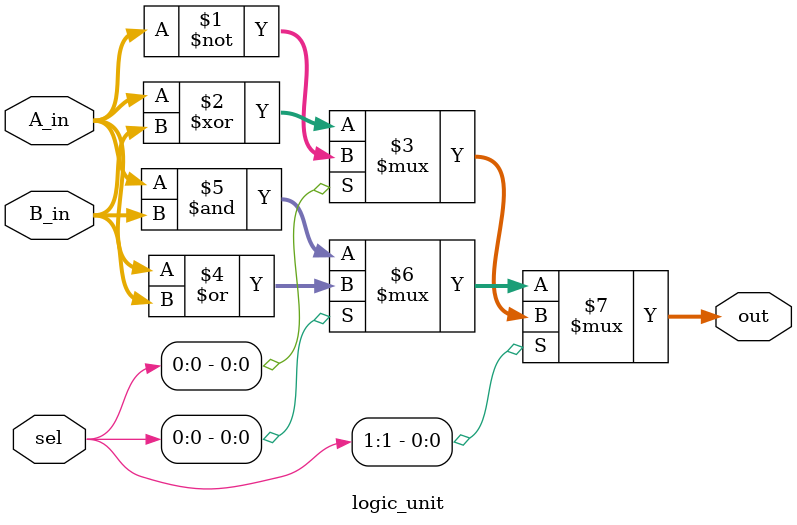
<source format=v>
module logic_unit ( 
    input  wire [31:0] A_in,
    input  wire [31:0] B_in,
    input  wire [1:0]  sel,
    output      [31:0] out
 );

    assign out = sel[1] ? (sel[0] ? ~A_in : A_in ^ B_in) : (sel[0] ? A_in | B_in : A_in & B_in);
endmodule
</source>
